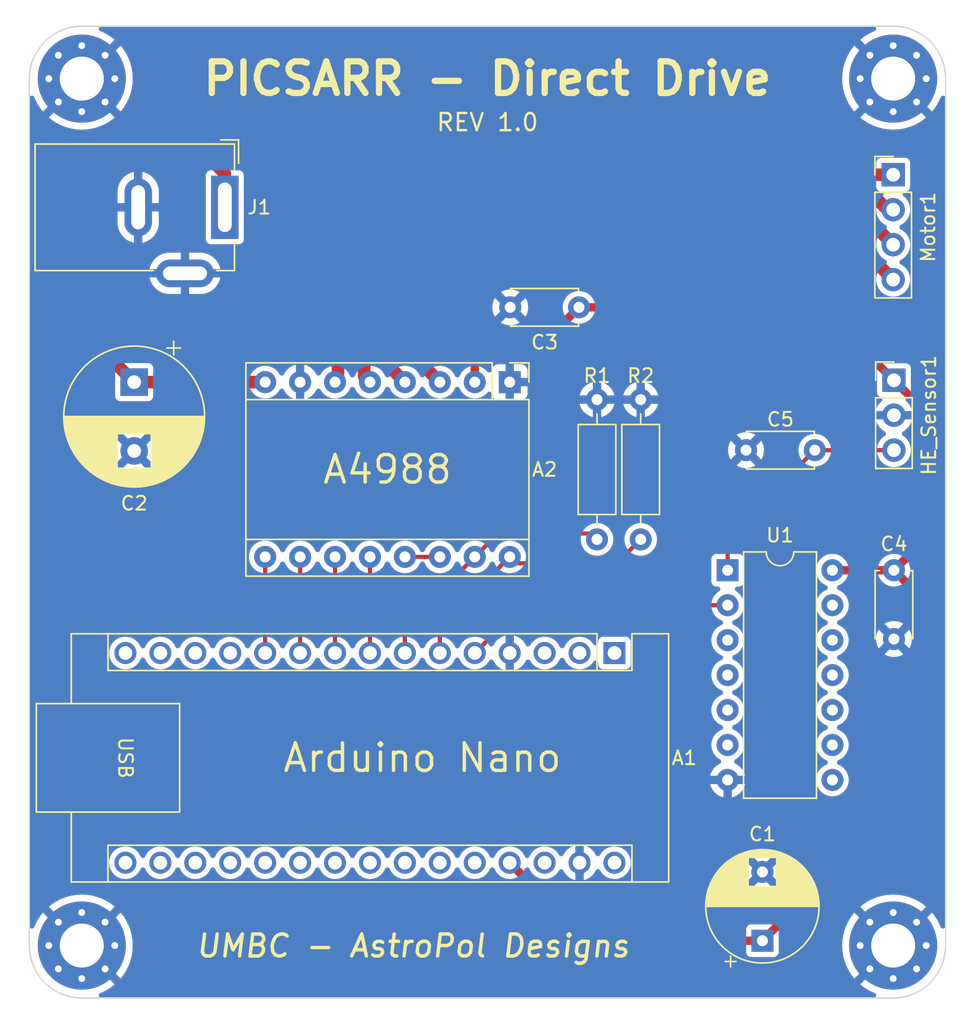
<source format=kicad_pcb>
(kicad_pcb (version 20221018) (generator pcbnew)

  (general
    (thickness 1.6)
  )

  (paper "A4")
  (title_block
    (title "PICSARR - Direct Drive")
    (date "6/3/2023")
    (rev "1.0")
    (company "UMBC AstroPol Designs")
  )

  (layers
    (0 "F.Cu" mixed)
    (31 "B.Cu" power)
    (32 "B.Adhes" user "B.Adhesive")
    (33 "F.Adhes" user "F.Adhesive")
    (34 "B.Paste" user)
    (35 "F.Paste" user)
    (36 "B.SilkS" user "B.Silkscreen")
    (37 "F.SilkS" user "F.Silkscreen")
    (38 "B.Mask" user)
    (39 "F.Mask" user)
    (40 "Dwgs.User" user "User.Drawings")
    (41 "Cmts.User" user "User.Comments")
    (42 "Eco1.User" user "User.Eco1")
    (43 "Eco2.User" user "User.Eco2")
    (44 "Edge.Cuts" user)
    (45 "Margin" user)
    (46 "B.CrtYd" user "B.Courtyard")
    (47 "F.CrtYd" user "F.Courtyard")
    (48 "B.Fab" user)
    (49 "F.Fab" user)
    (50 "User.1" user)
    (51 "User.2" user)
    (52 "User.3" user)
    (53 "User.4" user)
    (54 "User.5" user)
    (55 "User.6" user)
    (56 "User.7" user)
    (57 "User.8" user)
    (58 "User.9" user)
  )

  (setup
    (stackup
      (layer "F.SilkS" (type "Top Silk Screen"))
      (layer "F.Paste" (type "Top Solder Paste"))
      (layer "F.Mask" (type "Top Solder Mask") (thickness 0.01))
      (layer "F.Cu" (type "copper") (thickness 0.035))
      (layer "dielectric 1" (type "core") (thickness 1.51) (material "FR4") (epsilon_r 4.5) (loss_tangent 0.02))
      (layer "B.Cu" (type "copper") (thickness 0.035))
      (layer "B.Mask" (type "Bottom Solder Mask") (thickness 0.01))
      (layer "B.Paste" (type "Bottom Solder Paste"))
      (layer "B.SilkS" (type "Bottom Silk Screen"))
      (copper_finish "None")
      (dielectric_constraints no)
    )
    (pad_to_mask_clearance 0)
    (pcbplotparams
      (layerselection 0x00010fc_ffffffff)
      (plot_on_all_layers_selection 0x0000000_00000000)
      (disableapertmacros false)
      (usegerberextensions false)
      (usegerberattributes true)
      (usegerberadvancedattributes true)
      (creategerberjobfile true)
      (dashed_line_dash_ratio 12.000000)
      (dashed_line_gap_ratio 3.000000)
      (svgprecision 4)
      (plotframeref false)
      (viasonmask false)
      (mode 1)
      (useauxorigin false)
      (hpglpennumber 1)
      (hpglpenspeed 20)
      (hpglpendiameter 15.000000)
      (dxfpolygonmode true)
      (dxfimperialunits true)
      (dxfusepcbnewfont true)
      (psnegative false)
      (psa4output false)
      (plotreference true)
      (plotvalue true)
      (plotinvisibletext false)
      (sketchpadsonfab false)
      (subtractmaskfromsilk false)
      (outputformat 1)
      (mirror false)
      (drillshape 1)
      (scaleselection 1)
      (outputdirectory "")
    )
  )

  (net 0 "")
  (net 1 "unconnected-(A1-D1{slash}TX-Pad1)")
  (net 2 "unconnected-(A1-D0{slash}RX-Pad2)")
  (net 3 "unconnected-(A1-~{RESET}-Pad3)")
  (net 4 "GND")
  (net 5 "Net-(A1-D2)")
  (net 6 "Net-(A1-D3)")
  (net 7 "Net-(A1-D4)")
  (net 8 "Net-(A1-D5)")
  (net 9 "Net-(A1-D6)")
  (net 10 "Net-(A1-D7)")
  (net 11 "Net-(A1-D8)")
  (net 12 "unconnected-(A1-D9-Pad12)")
  (net 13 "unconnected-(A1-D10-Pad13)")
  (net 14 "unconnected-(A1-D11-Pad14)")
  (net 15 "unconnected-(A1-D12-Pad15)")
  (net 16 "unconnected-(A1-D13-Pad16)")
  (net 17 "unconnected-(A1-3V3-Pad17)")
  (net 18 "unconnected-(A1-AREF-Pad18)")
  (net 19 "unconnected-(A1-A0-Pad19)")
  (net 20 "unconnected-(A1-A1-Pad20)")
  (net 21 "unconnected-(A1-A2-Pad21)")
  (net 22 "unconnected-(A1-A3-Pad22)")
  (net 23 "unconnected-(A1-A4-Pad23)")
  (net 24 "unconnected-(A1-A5-Pad24)")
  (net 25 "unconnected-(A1-A6-Pad25)")
  (net 26 "unconnected-(A1-A7-Pad26)")
  (net 27 "+5V")
  (net 28 "unconnected-(A1-~{RESET}-Pad28)")
  (net 29 "unconnected-(A1-VIN-Pad30)")
  (net 30 "Net-(A2-1B)")
  (net 31 "Net-(A2-1A)")
  (net 32 "Net-(A2-2A)")
  (net 33 "Net-(A2-2B)")
  (net 34 "+24V")
  (net 35 "Net-(A2-~{RESET})")
  (net 36 "unconnected-(U1-Pad3)")
  (net 37 "unconnected-(U1-Pad4)")
  (net 38 "unconnected-(U1-Pad5)")
  (net 39 "unconnected-(U1-Pad6)")
  (net 40 "unconnected-(U1-Pad8)")
  (net 41 "unconnected-(U1-Pad9)")
  (net 42 "unconnected-(U1-Pad10)")
  (net 43 "unconnected-(U1-Pad11)")
  (net 44 "unconnected-(U1-Pad12)")
  (net 45 "unconnected-(U1-Pad13)")
  (net 46 "Net-(HE_Sensor1-Pin_3)")

  (footprint "Capacitor_THT:CP_Radial_D10.0mm_P5.00mm" (layer "F.Cu") (at 122.3392 89.5808 -90))

  (footprint "Connector_PinHeader_2.54mm:PinHeader_1x04_P2.54mm_Vertical" (layer "F.Cu") (at 177.5292 74.5108))

  (footprint "MountingHole:MountingHole_3.2mm_M3_Pad_Via" (layer "F.Cu") (at 118.5292 130.5258))

  (footprint "MountingHole:MountingHole_3.2mm_M3_Pad_Via" (layer "F.Cu") (at 118.5292 67.5258))

  (footprint "Module:Pololu_Breakout-16_15.2x20.3mm" (layer "F.Cu") (at 149.6442 89.5808 -90))

  (footprint "Package_DIP:DIP-14_W7.62mm" (layer "F.Cu") (at 165.491 103.251))

  (footprint "MountingHole:MountingHole_3.2mm_M3_Pad_Via" (layer "F.Cu") (at 177.5292 67.5258))

  (footprint "Connector_BarrelJack:BarrelJack_GCT_DCJ200-10-A_Horizontal" (layer "F.Cu") (at 128.9312 76.8758 -90))

  (footprint "Capacitor_THT:C_Disc_D4.7mm_W2.5mm_P5.00mm" (layer "F.Cu") (at 177.5842 103.251 -90))

  (footprint "Module:Arduino_Nano" (layer "F.Cu") (at 157.2642 109.2658 -90))

  (footprint "Capacitor_THT:CP_Radial_D8.0mm_P5.00mm" (layer "F.Cu") (at 168.021 130.175 90))

  (footprint "Connector_PinHeader_2.54mm:PinHeader_1x03_P2.54mm_Vertical" (layer "F.Cu") (at 177.5842 89.4458))

  (footprint "Capacitor_THT:C_Disc_D4.7mm_W2.5mm_P5.00mm" (layer "F.Cu") (at 154.6842 84.1458 180))

  (footprint "MountingHole:MountingHole_3.2mm_M3_Pad_Via" (layer "F.Cu") (at 177.5292 130.5258))

  (footprint "Resistor_THT:R_Axial_DIN0207_L6.3mm_D2.5mm_P10.16mm_Horizontal" (layer "F.Cu") (at 159.1692 101.0108 90))

  (footprint "Resistor_THT:R_Axial_DIN0207_L6.3mm_D2.5mm_P10.16mm_Horizontal" (layer "F.Cu") (at 155.9942 101.0108 90))

  (footprint "Capacitor_THT:C_Disc_D4.7mm_W2.5mm_P5.00mm" (layer "F.Cu") (at 171.8292 94.5258 180))

  (gr_rect (start 118.5292 67.5258) (end 177.5292 130.5258)
    (stroke (width 0.15) (type dash_dot_dot)) (fill none) (layer "Dwgs.User") (tstamp a625b1cc-9f82-4015-b4da-6ffda11fd0cd))
  (gr_line (start 114.7192 130.5258) (end 114.7192 67.5258)
    (stroke (width 0.1) (type default)) (layer "Edge.Cuts") (tstamp 14e54c9c-f95f-428c-bf47-b838826159d1))
  (gr_line (start 118.5292 63.7158) (end 177.5292 63.7158)
    (stroke (width 0.1) (type default)) (layer "Edge.Cuts") (tstamp 265d4093-7793-4195-af12-4253a6059585))
  (gr_arc (start 177.5292 63.7158) (mid 180.223277 64.831723) (end 181.3392 67.5258)
    (stroke (width 0.1) (type default)) (layer "Edge.Cuts") (tstamp 32b1530f-1fe4-4763-ae63-a44ef39f6ffe))
  (gr_arc (start 118.5292 134.3358) (mid 115.835123 133.219877) (end 114.7192 130.5258)
    (stroke (width 0.1) (type default)) (layer "Edge.Cuts") (tstamp 61d05baf-13cb-46e6-95f0-80fee0e6ed2e))
  (gr_arc (start 181.339199 130.525799) (mid 180.223276 133.219876) (end 177.529199 134.335799)
    (stroke (width 0.1) (type default)) (layer "Edge.Cuts") (tstamp 915ec017-18d8-4c9e-8b74-342dffe46b6d))
  (gr_line (start 181.3392 67.5258) (end 181.339199 130.525799)
    (stroke (width 0.1) (type default)) (layer "Edge.Cuts") (tstamp 95004984-49de-49d7-b165-7e6f7e1ff554))
  (gr_line (start 177.529199 134.335799) (end 118.5292 134.3358)
    (stroke (width 0.1) (type default)) (layer "Edge.Cuts") (tstamp a69d6e8f-0c21-453d-becc-07d1221efa7a))
  (gr_arc (start 114.7192 67.5258) (mid 115.835123 64.831723) (end 118.5292 63.7158)
    (stroke (width 0.1) (type default)) (layer "Edge.Cuts") (tstamp de4c1428-75b0-4d52-a755-dbf5b53e7e2f))
  (gr_text "Arduino Nano" (at 143.2942 116.8858) (layer "F.SilkS") (tstamp 0c5ab709-2077-45fc-965a-6d3de7b6c762)
    (effects (font (size 2 2) (thickness 0.25)))
  )
  (gr_text "PICSARR - Direct Drive" (at 148.0292 67.5258) (layer "F.SilkS") (tstamp 14abb958-dbc2-47ad-a624-324d777aaa08)
    (effects (font (size 2.3 2.3) (thickness 0.46) bold))
  )
  (gr_text "REV 1.0" (at 148.0292 70.7008) (layer "F.SilkS") (tstamp 74f9fc1f-f3b0-455a-9d73-3a98f9901c12)
    (effects (font (size 1.25 1.25) (thickness 0.175)))
  )
  (gr_text "UMBC - AstroPol Designs\n" (at 142.621 130.556) (layer "F.SilkS") (tstamp a2871153-173c-4430-9454-291e40c45e17)
    (effects (font (size 1.6 1.6) (thickness 0.25) italic))
  )
  (gr_text "A4988" (at 140.7542 95.9308) (layer "F.SilkS") (tstamp d0ab1854-45cc-4c93-8187-629322fa2894)
    (effects (font (size 2 2) (thickness 0.25)))
  )

  (segment (start 150.579 105.791) (end 165.491 105.791) (width 0.3048) (layer "F.Cu") (net 5) (tstamp 6f8eec80-2d00-4e7e-8018-3e76b5f97cd0))
  (segment (start 147.1042 109.2658) (end 150.579 105.791) (width 0.3048) (layer "F.Cu") (net 5) (tstamp be8c2685-37e1-4c86-9645-3a8996492649))
  (segment (start 149.6442 102.2808) (end 150.1064 102.743) (width 0.3048) (layer "F.Cu") (net 6) (tstamp 7a416fbf-ce6e-4aa6-9a30-4cf4e4513b81))
  (segment (start 144.5642 109.2658) (end 144.5642 107.3608) (width 0.3048) (layer "F.Cu") (net 6) (tstamp 8103dd11-c11f-453d-9a48-31a30fd41958))
  (segment (start 144.5642 107.3608) (end 149.6442 102.2808) (width 0.3048) (layer "F.Cu") (net 6) (tstamp 9240b383-441d-488c-86c4-4cd83dd21dd5))
  (segment (start 150.1064 102.743) (end 157.437 102.743) (width 0.3048) (layer "F.Cu") (net 6) (tstamp 9d019739-c92e-4f05-a161-41116af8a2ea))
  (segment (start 157.437 102.743) (end 159.1692 101.0108) (width 0.3048) (layer "F.Cu") (net 6) (tstamp a6faba05-256e-4df3-8cca-a78ef5d9174e))
  (segment (start 147.1042 102.2808) (end 148.801 100.584) (width 0.3048) (layer "F.Cu") (net 7) (tstamp 0381c3b4-4510-47de-8796-746877744416))
  (segment (start 142.0242 107.3608) (end 147.1042 102.2808) (width 0.3048) (layer "F.Cu") (net 7) (tstamp 340eb8b6-31c0-4f60-9aa9-5fa245e3e9e3))
  (segment (start 148.801 100.584) (end 155.5674 100.584) (width 0.3048) (layer "F.Cu") (net 7) (tstamp 8a7d42f8-39cf-49c7-99ca-15aef23f6167))
  (segment (start 142.0242 109.2658) (end 142.0242 107.3608) (width 0.3048) (layer "F.Cu") (net 7) (tstamp 9f10be94-28f2-443b-9896-0351fdf0887e))
  (segment (start 139.4842 102.2808) (end 139.4842 109.2658) (width 0.3048) (layer "F.Cu") (net 8) (tstamp 4630473a-1624-490a-9d4f-d0be493111be))
  (segment (start 136.9442 102.2808) (end 136.9442 109.2658) (width 0.3048) (layer "F.Cu") (net 9) (tstamp a1a31883-ca5e-405f-b773-26bb198dd988))
  (segment (start 134.4042 102.2808) (end 134.4042 109.2658) (width 0.3048) (layer "F.Cu") (net 10) (tstamp b40e97b7-c0b8-4bf7-8650-bdcd381f9d19))
  (segment (start 131.8642 102.2808) (end 131.8642 109.2658) (width 0.3048) (layer "F.Cu") (net 11) (tstamp 12e76b3b-7894-4214-955a-0400f3532000))
  (segment (start 179.705 105.3718) (end 177.5842 103.251) (width 0.6096) (layer "F.Cu") (net 27) (tstamp 0d9ca880-2bc9-4afe-aa1c-c36be0f1d980))
  (segment (start 152.2542 86.5758) (end 154.6842 84.1458) (width 0.6096) (layer "F.Cu") (net 27) (tstamp 3f67ddaf-b360-4c8f-aa00-ef2a5782f1d0))
  (segment (start 147.1042 87.8458) (end 147.1042 89.5808) (width 0.6096) (layer "F.Cu") (net 27) (tstamp 44712a23-36c8-4324-96a2-c8aa330f549e))
  (segment (start 179.832 91.6936) (end 177.5842 89.4458) (width 0.6096) (layer "F.Cu") (net 27) (tstamp 4a853eca-7084-492b-84c9-470ef4e05ddf))
  (segment (start 149.6442 124.5058) (end 155.3134 130.175) (width 0.6096) (layer "F.Cu") (net 27) (tstamp 5040fedf-e062-4f8e-988c-a3ec9c8a2453))
  (segment (start 154.6842 84.1458) (end 172.2842 84.1458) (width 0.6096) (layer "F.Cu") (net 27) (tstamp 5dde4595-0789-4144-b40b-54c80f034ee2))
  (segment (start 152.2542 86.5758) (end 148.3742 86.5758) (width 0.6096) (layer "F.Cu") (net 27) (tstamp 663f4d2d-1d5f-43ff-a5d3-1768e4d73de5))
  (segment (start 177.5842 103.251) (end 179.832 101.0032) (width 0.6096) (layer "F.Cu") (net 27) (tstamp 6aad5429-5f85-4bcf-bdb7-b2986c4345f2))
  (segment (start 179.832 101.0032) (end 179.832 91.6936) (width 0.6096) (layer "F.Cu") (net 27) (tstamp 754df020-a0be-44f7-94c1-87b2a3a0af40))
  (segment (start 179.705 118.491) (end 179.705 105.3718) (width 0.6096) (layer "F.Cu") (net 27) (tstamp 983fc8cd-c334-42b1-813c-b11c971edcd5))
  (segment (start 155.3134 130.175) (end 168.021 130.175) (width 0.6096) (layer "F.Cu") (net 27) (tstamp aadab967-b982-49c3-b7e8-943a493fdfde))
  (segment (start 168.021 130.175) (end 179.705 118.491) (width 0.6096) (layer "F.Cu") (net 27) (tstamp b9ab1095-44b4-478a-963b-1fdfe200ac9e))
  (segment (start 148.3742 86.5758) (end 147.1042 87.8458) (width 0.6096) (layer "F.Cu") (net 27) (tstamp bc591d90-8a3a-46a8-8d05-ca0b2f7dd141))
  (segment (start 172.2842 84.1458) (end 177.5842 89.4458) (width 0.6096) (layer "F.Cu") (net 27) (tstamp d173491e-c0b3-4c2a-aad3-8885dfea0b3d))
  (segment (start 177.5842 103.251) (end 173.111 103.251) (width 0.6096) (layer "F.Cu") (net 27) (tstamp ddd0d0eb-e2b5-495f-b8ec-45aa33cc414f))
  (segment (start 142.875 87.8916) (end 144.5642 89.5808) (width 0.9144) (layer "F.Cu") (net 30) (tstamp 0ede2b2a-f541-41ae-a715-a62d45b27401))
  (segment (start 144.5642 80.2258) (end 142.875 81.915) (width 0.9144) (layer "F.Cu") (net 30) (tstamp 1f8da576-1b28-4455-bed4-45cd2c0a1001))
  (segment (start 177.5292 82.1308) (end 175.6242 80.2258) (width 0.9144) (layer "F.Cu") (net 30) (tstamp 60631c63-3adc-42a9-a6d4-7145cfeb37c7))
  (segment (start 175.6242 80.2258) (end 144.5642 80.2258) (width 0.9144) (layer "F.Cu") (net 30) (tstamp 9cbcdb40-6336-4aae-b19e-d36d7d909032))
  (segment (start 142.875 81.915) (end 142.875 87.8916) (width 0.9144) (layer "F.Cu") (net 30) (tstamp c12f9e43-49ae-4db8-a04e-9f6aef7d1ece))
  (segment (start 177.5292 79.5908) (end 176.2592 78.3208) (width 0.9144) (layer "F.Cu") (net 31) (tstamp 234db291-dd43-446e-8098-0eb217000f8c))
  (segment (start 176.2592 78.3208) (end 143.9292 78.3208) (width 0.9144) (layer "F.Cu") (net 31) (tstamp 4c29c681-b157-425f-a9cc-069721c640d0))
  (segment (start 140.97 81.28) (end 140.97 88.5266) (width 0.9144) (layer "F.Cu") (net 31) (tstamp 7810e398-29d3-4935-9fa4-454b8ed179f3))
  (segment (start 140.97 88.5266) (end 142.0242 89.5808) (width 0.9144) (layer "F.Cu") (net 31) (tstamp 8514c1dd-aaa8-43ef-95c5-6f69c7742806))
  (segment (start 143.9292 78.3208) (end 140.97 81.28) (width 0.9144) (layer "F.Cu") (net 31) (tstamp dc8bc175-7ff6-4309-9a7d-caea7d3b9f1b))
  (segment (start 177.5292 77.0508) (end 177.111 77.0508) (width 0.9144) (layer "F.Cu") (net 32) (tstamp 190af473-9187-47b1-9818-d8b66a7f8b43))
  (segment (start 176.476 76.4158) (end 143.2942 76.4158) (width 0.9144) (layer "F.Cu") (net 32) (tstamp 26cdf933-4556-47fb-92a9-540b354bfecf))
  (segment (start 139.065 80.645) (end 139.065 89.1616) (width 0.9144) (layer "F.Cu") (net 32) (tstamp 5c2e2068-2ef8-4098-bba1-360df8d73c8c))
  (segment (start 177.111 77.0508) (end 176.476 76.4158) (width 0.9144) (layer "F.Cu") (net 32) (tstamp 9aac8049-8bae-48bd-bcb2-e91f02979869))
  (segment (start 143.2942 76.4158) (end 139.065 80.645) (width 0.9144) (layer "F.Cu") (net 32) (tstamp a7006d1b-8057-4e69-ac43-97ae68f9c6fd))
  (segment (start 139.065 89.1616) (end 139.4842 89.5808) (width 0.9144) (layer "F.Cu") (net 32) (tstamp d9d49d67-fbb2-4dd7-87b9-bcfacc5a20ce))
  (segment (start 137.16 80.01) (end 137.16 89.365) (width 0.9144) (layer "F.Cu") (net 33) (tstamp 7e279de5-15ff-47cc-a95d-77463769ba1d))
  (segment (start 177.5292 74.5108) (end 142.6592 74.5108) (width 0.9144) (layer "F.Cu") (net 33) (tstamp 8ccc28d2-94a0-462a-a103-e927becc3497))
  (segment (start 142.6592 74.5108) (end 137.16 80.01) (width 0.9144) (layer "F.Cu") (net 33) (tstamp ce5d3ef8-4a80-431f-aeb7-3b0ef86231d7))
  (segment (start 128.9312 74.4228) (end 127.3682 72.8598) (width 0.9144) (layer "F.Cu") (net 34) (tstamp 02078b60-c6db-40c2-9654-d1820cc0d626))
  (segment (start 127.3682 72.8598) (end 120.4342 72.8598) (width 0.9144) (layer "F.Cu") (net 34) (tstamp 12302891-4b6b-4700-bd00-725f53744158))
  (segment (start 118.5292 85.7708) (end 122.3392 89.5808) (width 0.9144) (layer "F.Cu") (net 34) (tstamp 41fdb7b6-0e41-4a19-9d5a-da54f3c3644d))
  (segment (start 118.5292 74.7648) (end 118.5292 85.7708) (width 0.9144) (layer "F.Cu") (net 34) (tstamp 800213cb-73f3-413d-9e11-67ce8965f28d))
  (segment (start 131.8642 89.5808) (end 122.3392 89.5808) (width 0.9144) (layer "F.Cu") (net 34) (tstamp 868498ef-d904-4a09-b6f8-ac72c701b5a7))
  (segment (start 128.9312 76.8758) (end 128.9312 74.4228) (width 0.9144) (layer "F.Cu") (net 34) (tstamp b355cb58-5366-4794-a268-a7466b7661f8))
  (segment (start 120.4342 72.8598) (end 118.5292 74.7648) (width 0.9144) (layer "F.Cu") (net 34) (tstamp dae84eb6-d3ae-4bf7-86ae-de4ecb7126dd))
  (segment (start 144.5642 102.2808) (end 142.0242 102.2808) (width 0.3048) (layer "F.Cu") (net 35) (tstamp 4c918e70-6797-4a04-b512-569c63e79828))
  (segment (start 177.5842 94.5258) (end 171.8292 94.5258) (width 0.3048) (layer "F.Cu") (net 46) (tstamp 93432f94-67c5-4119-a929-9cac6ab26456))
  (segment (start 165.491 100.864) (end 171.8292 94.5258) (width 0.3048) (layer "F.Cu") (net 46) (tstamp a22d9bc1-269e-423a-8b50-a5f110f64651))
  (segment (start 165.491 103.251) (end 165.491 100.864) (width 0.3048) (layer "F.Cu") (net 46) (tstamp f322476e-3fad-401f-9e58-9f0872b936cc))

  (zone (net 4) (net_name "GND") (layer "B.Cu") (tstamp 133a1a37-0956-4721-8dc3-c727c420f897) (name "GND Plane") (hatch edge 0.5)
    (connect_pads (clearance 0))
    (min_thickness 0.381) (filled_areas_thickness no)
    (fill yes (thermal_gap 0.5) (thermal_bridge_width 0.6096))
    (polygon
      (pts
        (xy 183.0532 61.9378)
        (xy 112.9492 61.8108)
        (xy 112.9492 136.1058)
        (xy 183.0532 136.2328)
      )
    )
    (filled_polygon
      (layer "B.Cu")
      (pts
        (xy 176.188473 63.735066)
        (xy 176.254409 63.787649)
        (xy 176.291001 63.863632)
        (xy 176.291001 63.947968)
        (xy 176.254409 64.023951)
        (xy 176.188473 64.076534)
        (xy 176.174163 64.082713)
        (xy 176.022206 64.141043)
        (xy 175.676657 64.31711)
        (xy 175.351413 64.528327)
        (xy 175.136673 64.702219)
        (xy 176.63295 66.198497)
        (xy 176.585835 66.22737)
        (xy 176.39433 66.39093)
        (xy 176.23077 66.582435)
        (xy 176.201897 66.629551)
        (xy 175.40109 65.828744)
        (xy 175.577246 65.828744)
        (xy 175.596649 65.926289)
        (xy 175.651904 66.008984)
        (xy 175.734599 66.064239)
        (xy 175.80752 66.078744)
        (xy 175.856768 66.078744)
        (xy 175.929689 66.064239)
        (xy 176.012384 66.008984)
        (xy 176.067639 65.926289)
        (xy 176.087042 65.828744)
        (xy 176.067639 65.731199)
        (xy 176.012384 65.648504)
        (xy 175.929689 65.593249)
        (xy 175.856768 65.578744)
        (xy 175.80752 65.578744)
        (xy 175.734599 65.593249)
        (xy 175.651904 65.648504)
        (xy 175.596649 65.731199)
        (xy 175.577246 65.828744)
        (xy 175.40109 65.828744)
        (xy 174.705619 65.133273)
        (xy 174.531727 65.348013)
        (xy 174.32051 65.673257)
        (xy 174.144443 66.018806)
        (xy 174.005463 66.380858)
        (xy 174.005459 66.380872)
        (xy 173.905086 66.755475)
        (xy 173.844419 67.138513)
        (xy 173.844417 67.138531)
        (xy 173.824122 67.525794)
        (xy 173.824122 67.525805)
        (xy 173.844417 67.913068)
        (xy 173.844419 67.913086)
        (xy 173.905086 68.296124)
        (xy 174.005459 68.670727)
        (xy 174.005463 68.670741)
        (xy 174.144443 69.032793)
        (xy 174.32051 69.378342)
        (xy 174.531734 69.703597)
        (xy 174.705618 69.918326)
        (xy 175.401088 69.222856)
        (xy 175.577246 69.222856)
        (xy 175.596649 69.320401)
        (xy 175.651904 69.403096)
        (xy 175.734599 69.458351)
        (xy 175.80752 69.472856)
        (xy 175.856768 69.472856)
        (xy 175.929689 69.458351)
        (xy 176.012384 69.403096)
        (xy 176.067639 69.320401)
        (xy 176.087042 69.222856)
        (xy 176.067639 69.125311)
        (xy 176.012384 69.042616)
        (xy 175.929689 68.987361)
        (xy 175.856768 68.972856)
        (xy 175.80752 68.972856)
        (xy 175.734599 68.987361)
        (xy 175.651904 69.042616)
        (xy 175.596649 69.125311)
        (xy 175.577246 69.222856)
        (xy 175.401088 69.222856)
        (xy 176.201896 68.422048)
        (xy 176.23077 68.469165)
        (xy 176.39433 68.66067)
        (xy 176.585835 68.82423)
        (xy 176.632949 68.853102)
        (xy 175.136672 70.34938)
        (xy 175.351402 70.523265)
        (xy 175.676657 70.734489)
        (xy 176.022206 70.910556)
        (xy 176.384258 71.049536)
        (xy 176.384272 71.04954)
        (xy 176.758875 71.149913)
        (xy 177.141913 71.21058)
        (xy 177.141931 71.210582)
        (xy 177.529195 71.230878)
        (xy 177.529205 71.230878)
        (xy 177.916468 71.210582)
        (xy 177.916486 71.21058)
        (xy 178.299524 71.149913)
        (xy 178.674127 71.04954)
        (xy 178.674141 71.049536)
        (xy 179.036193 70.910556)
        (xy 179.381742 70.734489)
        (xy 179.706997 70.523265)
        (xy 179.921727 70.34938)
        (xy 178.795203 69.222856)
        (xy 178.971358 69.222856)
        (xy 178.990761 69.320401)
        (xy 179.046016 69.403096)
        (xy 179.128711 69.458351)
        (xy 179.201632 69.472856)
        (xy 179.25088 69.472856)
        (xy 179.323801 69.458351)
        (xy 179.406496 69.403096)
        (xy 179.461751 69.320401)
        (xy 179.481154 69.222856)
        (xy 179.461751 69.125311)
        (xy 179.406496 69.042616)
        (xy 179.323801 68.987361)
        (xy 179.25088 68.972856)
        (xy 179.201632 68.972856)
        (xy 179.128711 68.987361)
        (xy 179.046016 69.042616)
        (xy 178.990761 69.125311)
        (xy 178.971358 69.222856)
        (xy 178.795203 69.222856)
        (xy 178.425449 68.853102)
        (xy 178.472565 68.82423)
        (xy 178.66407 68.66067)
        (xy 178.82763 68.469165)
        (xy 178.856502 68.422049)
        (xy 180.35278 69.918327)
        (xy 180.526665 69.703597)
        (xy 180.737889 69.378342)
        (xy 180.913953 69.032798)
        (xy 180.972285 68.880838)
        (xy 181.01927 68.810803)
        (xy 181.091989 68.76809)
        (xy 181.176039 68.761158)
        (xy 181.254773 68.791381)
        (xy 181.312597 68.852772)
        (xy 181.338058 68.933173)
        (xy 181.338699 68.948748)
        (xy 181.338699 129.102848)
        (xy 181.319933 129.185069)
        (xy 181.26735 129.251005)
        (xy 181.191367 129.287597)
        (xy 181.107031 129.287597)
        (xy 181.031048 129.251005)
        (xy 180.978465 129.185069)
        (xy 180.972286 129.17076)
        (xy 180.913954 129.018803)
        (xy 180.737889 128.673257)
        (xy 180.526665 128.348002)
        (xy 180.35278 128.133272)
        (xy 178.856502 129.629549)
        (xy 178.82763 129.582435)
        (xy 178.66407 129.39093)
        (xy 178.472565 129.22737)
        (xy 178.425448 129.198496)
        (xy 178.7952 128.828744)
        (xy 178.971358 128.828744)
        (xy 178.990761 128.926289)
        (xy 179.046016 129.008984)
        (xy 179.128711 129.064239)
        (xy 179.201632 129.078744)
        (xy 179.25088 129.078744)
        (xy 179.323801 129.064239)
        (xy 179.406496 129.008984)
        (xy 179.461751 128.926289)
        (xy 179.481154 128.828744)
        (xy 179.461751 128.731199)
        (xy 179.406496 128.648504)
        (xy 179.323801 128.593249)
        (xy 179.25088 128.578744)
        (xy 179.201632 128.578744)
        (xy 179.128711 128.593249)
        (xy 179.046016 128.648504)
        (xy 178.990761 128.731199)
        (xy 178.971358 128.828744)
        (xy 178.7952 128.828744)
        (xy 179.921726 127.702218)
        (xy 179.706997 127.528334)
        (xy 179.381742 127.31711)
        (xy 179.036193 127.141043)
        (xy 178.674141 127.002063)
        (xy 178.674127 127.002059)
        (xy 178.299524 126.901686)
        (xy 177.916486 126.841019)
        (xy 177.916468 126.841017)
        (xy 177.529205 126.820722)
        (xy 177.529195 126.820722)
        (xy 177.141931 126.841017)
        (xy 177.141913 126.841019)
        (xy 176.758875 126.901686)
        (xy 176.384272 127.002059)
        (xy 176.384258 127.002063)
        (xy 176.022206 127.141043)
        (xy 175.676657 127.31711)
        (xy 175.351413 127.528327)
        (xy 175.136673 127.702219)
        (xy 176.632951 129.198497)
        (xy 176.585835 129.22737)
        (xy 176.39433 129.39093)
        (xy 176.23077 129.582435)
        (xy 176.201897 129.62955)
        (xy 175.40109 128.828744)
        (xy 175.577246 128.828744)
        (xy 175.596649 128.926289)
        (xy 175.651904 129.008984)
        (xy 175.734599 129.064239)
        (xy 175.80752 129.078744)
        (xy 175.856768 129.078744)
        (xy 175.929689 129.064239)
        (xy 176.012384 129.008984)
        (xy 176.067639 128.926289)
        (xy 176.087042 128.828744)
        (xy 176.067639 128.731199)
        (xy 176.012384 128.648504)
        (xy 175.929689 128.593249)
        (xy 175.856768 128.578744)
        (xy 175.80752 128.578744)
        (xy 175.734599 128.593249)
        (xy 175.651904 128.648504)
        (xy 175.596649 128.731199)
        (xy 175.577246 128.828744)
        (xy 175.40109 128.828744)
        (xy 174.705619 128.133273)
        (xy 174.531727 128.348013)
        (xy 174.32051 128.673257)
        (xy 174.144443 129.018806)
        (xy 174.005463 129.380858)
        (xy 174.005459 129.380872)
        (xy 173.905086 129.755475)
        (xy 173.844419 130.138513)
        (xy 173.844417 130.138531)
        (xy 173.824122 130.525794)
        (xy 173.824122 130.525805)
        (xy 173.844417 130.913068)
        (xy 173.844419 130.913086)
        (xy 173.905086 131.296124)
        (xy 174.005459 131.670727)
        (xy 174.005463 131.670741)
        (xy 174.144443 132.032793)
        (xy 174.32051 132.378342)
        (xy 174.531734 132.703597)
        (xy 174.705618 132.918326)
        (xy 175.401088 132.222856)
        (xy 175.577246 132.222856)
        (xy 175.596649 132.320401)
        (xy 175.651904 132.403096)
        (xy 175.734599 132.458351)
        (xy 175.80752 132.472856)
        (xy 175.856768 132.472856)
        (xy 175.929689 132.458351)
        (xy 176.012384 132.403096)
        (xy 176.067639 132.320401)
        (xy 176.087042 132.222856)
        (xy 176.067639 132.125311)
        (xy 176.012384 132.042616)
        (xy 175.929689 131.987361)
        (xy 175.856768 131.972856)
        (xy 175.80752 131.972856)
        (xy 175.734599 131.987361)
        (xy 175.651904 132.042616)
        (xy 175.596649 132.125311)
        (xy 175.577246 132.222856)
        (xy 175.401088 132.222856)
        (xy 176.201896 131.422047)
        (xy 176.23077 131.469165)
        (xy 176.39433 131.66067)
        (xy 176.585835 131.82423)
        (xy 176.632949 131.853102)
        (xy 175.136672 133.34938)
        (xy 175.351402 133.523265)
        (xy 175.676657 133.734489)
        (xy 176.022206 133.910556)
        (xy 176.17416 133.968886)
        (xy 176.244195 134.015871)
        (xy 176.286907 134.08859)
        (xy 176.293838 134.172641)
        (xy 176.263615 134.251374)
        (xy 176.202224 134.309198)
        (xy 176.121823 134.334658)
        (xy 176.106249 134.335299)
        (xy 119.952151 134.335299)
        (xy 119.86993 134.316533)
        (xy 119.803994 134.26395)
        (xy 119.767402 134.187967)
        (xy 119.767402 134.103631)
        (xy 119.803994 134.027648)
        (xy 119.86993 133.975065)
        (xy 119.88424 133.968886)
        (xy 120.036193 133.910556)
        (xy 120.381742 133.734489)
        (xy 120.706997 133.523265)
        (xy 120.921727 133.34938)
        (xy 119.795203 132.222856)
        (xy 119.971358 132.222856)
        (xy 119.990761 132.320401)
        (xy 120.046016 132.403096)
        (xy 120.128711 132.458351)
        (xy 120.201632 132.472856)
        (xy 120.25088 132.472856)
        (xy 120.323801 132.458351)
        (xy 120.406496 132.403096)
        (xy 120.461751 132.320401)
        (xy 120.481154 132.222856)
        (xy 120.461751 132.125311)
        (xy 120.406496 132.042616)
        (xy 120.323801 131.987361)
        (xy 120.25088 131.972856)
        (xy 120.201632 131.972856)
        (xy 120.128711 131.987361)
        (xy 120.046016 132.042616)
        (xy 119.990761 132.125311)
        (xy 119.971358 132.222856)
        (xy 119.795203 132.222856)
        (xy 119.425449 131.853102)
        (xy 119.472565 131.82423)
        (xy 119.66407 131.66067)
        (xy 119.82763 131.469165)
        (xy 119.856502 131.422049)
        (xy 121.35278 132.918327)
        (xy 121.526665 132.703597)
        (xy 121.737889 132.378342)
        (xy 121.913956 132.032793)
        (xy 122.052936 131.670741)
        (xy 122.05294 131.670727)
        (xy 122.153313 131.296124)
        (xy 122.198438 131.011212)
        (xy 166.8395 131.011212)
        (xy 166.850304 131.085364)
        (xy 166.850305 131.085365)
        (xy 166.906222 131.199742)
        (xy 166.906224 131.199746)
        (xy 166.996254 131.289776)
        (xy 167.054842 131.318418)
        (xy 167.110634 131.345694)
        (xy 167.110635 131.345695)
        (xy 167.110637 131.345695)
        (xy 167.110639 131.345696)
        (xy 167.184794 131.3565)
        (xy 167.184799 131.3565)
        (xy 168.857201 131.3565)
        (xy 168.857206 131.3565)
        (xy 168.931361 131.345696)
        (xy 168.931362 131.345695)
        (xy 168.931364 131.345695)
        (xy 168.931365 131.345694)
        (xy 169.045746 131.289776)
        (xy 169.135776 131.199746)
        (xy 169.191696 131.085361)
        (xy 169.2025 131.011206)
        (xy 169.2025 129.338794)
        (xy 169.191696 129.264639)
        (xy 169.191695 129.264637)
        (xy 169.191695 129.264635)
        (xy 169.191694 129.264634)
        (xy 169.135777 129.150257)
        (xy 169.135776 129.150254)
        (xy 169.045746 129.060224)
        (xy 169.045742 129.060222)
        (xy 168.931365 129.004305)
        (xy 168.931364 129.004304)
        (xy 168.857212 128.9935)
        (xy 168.857206 128.9935)
        (xy 167.184794 128.9935)
        (xy 167.184787 128.9935)
        (xy 167.110635 129.004304)
        (xy 167.110634 129.004305)
        (xy 166.996257 129.060222)
        (xy 166.996252 129.060225)
        (xy 166.906225 129.150252)
        (xy 166.906222 129.150257)
        (xy 166.850305 129.264634)
        (xy 166.850304 129.264635)
        (xy 166.8395 129.338787)
        (xy 166.8395 131.011212)
        (xy 122.198438 131.011212)
        (xy 122.21398 130.913086)
        (xy 122.213982 130.913068)
        (xy 122.234278 130.525805)
        (xy 122.234278 130.525794)
        (xy 122.213982 130.138531)
        (xy 122.21398 130.138513)
        (xy 122.153313 129.755475)
        (xy 122.05294 129.380872)
        (xy 122.052936 129.380858)
        (xy 121.913956 129.018806)
        (xy 121.737889 128.673257)
        (xy 121.526665 128.348002)
        (xy 121.35278 128.133272)
        (xy 119.856502 129.629549)
        (xy 119.82763 129.582435)
        (xy 119.66407 129.39093)
        (xy 119.472565 129.22737)
        (xy 119.425448 129.198496)
        (xy 119.7952 128.828744)
        (xy 119.971358 128.828744)
        (xy 119.990761 128.926289)
        (xy 120.046016 129.008984)
        (xy 120.128711 129.064239)
        (xy 120.201632 129.078744)
        (xy 120.25088 129.078744)
        (xy 120.323801 129.064239)
        (xy 120.406496 129.008984)
        (xy 120.461751 128.926289)
        (xy 120.481154 128.828744)
        (xy 120.461751 128.731199)
        (xy 120.406496 128.648504)
        (xy 120.323801 128.593249)
        (xy 120.25088 128.578744)
        (xy 120.201632 128.578744)
        (xy 120.128711 128.593249)
        (xy 120.046016 128.648504)
        (xy 119.990761 128.731199)
        (xy 119.971358 128.828744)
        (xy 119.7952 128.828744)
        (xy 120.921726 127.702218)
        (xy 120.706997 127.528334)
        (xy 120.381742 127.31711)
        (xy 120.036193 127.141043)
        (xy 119.674141 127.002063)
        (xy 119.674127 127.002059)
        (xy 119.299524 126.901686)
        (xy 118.916486 126.841019)
        (xy 118.916468 126.841017)
        (xy 118.529205 126.820722)
        (xy 118.529195 126.820722)
        (xy 118.141931 126.841017)
        (xy 118.141913 126.841019)
        (xy 117.758875 126.901686)
        (xy 117.384272 127.002059)
        (xy 117.384258 127.002063)
        (xy 117.022206 127.141043)
        (xy 116.676657 127.31711)
        (xy 116.351413 127.528327)
        (xy 116.136673 127.702219)
        (xy 117.632951 129.198497)
        (xy 117.585835 129.22737)
        (xy 117.39433 129.39093)
        (xy 117.23077 129.582435)
        (xy 117.201897 129.62955)
        (xy 116.40109 128.828744)
        (xy 116.577246 128.828744)
        (xy 116.596649 128.926289)
        (xy 116.651904 129.008984)
        (xy 116.734599 129.064239)
        (xy 116.80752 129.078744)
        (xy 116.856768 129.078744)
        (xy 116.929689 129.064239)
        (xy 117.012384 129.008984)
        (xy 117.067639 128.926289)
        (xy 117.087042 128.828744)
        (xy 117.067639 128.731199)
        (xy 117.012384 128.648504)
        (xy 116.929689 128.593249)
        (xy 116.856768 128.578744)
        (xy 116.80752 128.578744)
        (xy 116.734599 128.593249)
        (xy 116.651904 128.648504)
        (xy 116.596649 128.731199)
        (xy 116.577246 128.828744)
        (xy 116.40109 128.828744)
        (xy 115.705619 128.133273)
        (xy 115.531727 128.348013)
        (xy 115.32051 128.673257)
        (xy 115.144443 129.018806)
        (xy 115.086113 129.170762)
        (xy 115.039128 129.240797)
        (xy 114.966408 129.283509)
        (xy 114.882358 129.29044)
        (xy 114.803624 129.260217)
        (xy 114.745801 129.198825)
        (xy 114.720341 129.118425)
        (xy 114.7197 129.102851)
        (xy 114.7197 126.285941)
        (xy 167.341109 126.285941)
        (xy 167.368512 126.30513)
        (xy 167.368516 126.305133)
        (xy 167.574676 126.401267)
        (xy 167.794397 126.460141)
        (xy 168.021 126.479965)
        (xy 168.247601 126.460141)
        (xy 168.247602 126.460141)
        (xy 168.467323 126.401267)
        (xy 168.467328 126.401266)
        (xy 168.673474 126.305138)
        (xy 168.673479 126.305135)
        (xy 168.700888 126.285941)
        (xy 168.020999 125.606052)
        (xy 167.341109 126.285941)
        (xy 114.7197 126.285941)
        (xy 114.7197 124.5058)
        (xy 120.517638 124.5058)
        (xy 120.537841 124.72383)
        (xy 120.537841 124.723832)
        (xy 120.537842 124.723835)
        (xy 120.5524 124.775)
        (xy 120.597764 124.934436)
        (xy 120.695365 125.130444)
        (xy 120.82732 125.305182)
        (xy 120.827323 125.305184)
        (xy 120.827324 125.305186)
        (xy 120.98913 125.452692)
        (xy 120.989137 125.452697)
        (xy 121.175304 125.567967)
        (xy 121.379482 125.647066)
        (xy 121.594718 125.6873)
        (xy 121.594722 125.6873)
        (xy 121.813678 125.6873)
        (xy 121.813682 125.6873)
        (xy 122.028918 125.647066)
        (xy 122.233096 125.567967)
        (xy 122.419263 125.452697)
        (xy 122.419266 125.452693)
        (xy 122.419269 125.452692)
        (xy 122.537828 125.344611)
        (xy 122.58108 125.305182)
        (xy 122.713035 125.130444)
        (xy 122.804568 124.946621)
        (xy 122.858015 124.881387)
        (xy 122.934475 124.845802)
        (xy 123.018803 124.846915)
        (xy 123.094297 124.884506)
        (xy 123.143831 124.946621)
        (xy 123.235365 125.130444)
        (xy 123.36732 125.305182)
        (xy 123.367323 125.305184)
        (xy 123.367324 125.305186)
        (xy 123.52913 125.452692)
        (xy 123.529137 125.452697)
        (xy 123.715304 125.567967)
        (xy 123.919482 125.647066)
        (xy 124.134718 125.6873)
        (xy 124.134722 125.6873)
        (xy 124.353678 125.6873)
        (xy 124.353682 125.6873)
        (xy 124.568918 125.647066)
        (xy 124.773096 125.567967)
        (xy 124.959263 125.452697)
        (xy 124.959266 125.452693)
        (xy 124.959269 125.452692)
        (xy 125.077828 125.344611)
        (xy 125.12108 125.305182)
        (xy 125.253035 125.130444)
        (xy 125.344568 124.946621)
        (xy 125.398015 124.881387)
        (xy 125.474475 124.845802)
        (xy 125.558803 124.846915)
        (xy 125.634297 124.884506)
        (xy 125.683831 124.946621)
        (xy 125.775365 125.130444)
        (xy 125.90732 125.305182)
        (xy 125.907323 125.305184)
        (xy 125.907324 125.305186)
        (xy 126.06913 125.452692)
        (xy 126.069137 125.452697)
        (xy 126.255304 125.567967)
        (xy 126.459482 125.647066)
        (xy 126.674718 125.6873)
        (xy 126.674722 125.6873)
        (xy 126.893678 125.6873)
        (xy 126.893682 125.6873)
        (xy 127.108918 125.647066)
        (xy 127.313096 125.567967)
        (xy 127.499263 125.452697)
        (xy 127.499266 125.452693)
        (xy 127.499269 125.452692)
        (xy 127.617828 125.344611)
        (xy 127.66108 125.305182)
        (xy 127.793035 125.130444)
        (xy 127.884568 124.946621)
        (xy 127.938015 124.881387)
        (xy 128.014475 124.845802)
        (xy 128.098803 124.846915)
        (xy 128.174297 124.884506)
        (xy 128.223831 124.946621)
        (xy 128.315365 125.130444)
        (xy 128.44732 125.305182)
        (xy 128.447323 125.305184)
        (xy 128.447324 125.305186)
        (xy 128.60913 125.452692)
        (xy 128.609137 125.452697)
        (xy 128.795304 125.567967)
        (xy 128.999482 125.647066)
        (xy 129.214718 125.6873)
        (xy 129.214722 125.6873)
        (xy 129.433678 125.6873)
        (xy 129.433682 125.6873)
        (xy 129.648918 125.647066)
        (xy 129.853096 125.567967)
        (xy 130.039263 125.452697)
        (xy 130.039266 125.452693)
        (xy 130.039269 125.452692)
        (xy 130.157828 125.344611)
        (xy 130.20108 125.305182)
        (xy 130.333035 125.130444)
        (xy 130.424568 124.946621)
        (xy 130.478015 124.881387)
        (xy 130.554475 124.845802)
        (xy 130.638803 124.846915)
        (xy 130.714297 124.884506)
        (xy 130.763831 124.946621)
        (xy 130.855365 125.130444)
        (xy 130.98732 125.305182)
        (xy 130.987323 125.305184)
        (xy 130.987324 125.305186)
        (xy 131.14913 125.452692)
        (xy 131.149137 125.452697)
        (xy 131.335304 125.567967)
        (xy 131.539482 125.647066)
        (xy 131.754718 125.6873)
        (xy 131.754722 125.6873)
        (xy 131.973678 125.6873)
        (xy 131.973682 125.6873)
        (xy 132.188918 125.647066)
        (xy 132.393096 125.567967)
        (xy 132.579263 125.452697)
        (xy 132.579266 125.452693)
        (xy 132.579269 125.452692)
        (xy 132.697828 125.344611)
        (xy 132.74108 125.305182)
        (xy 132.873035 125.130444)
        (xy 132.964568 124.946621)
        (xy 133.018015 124.881387)
        (xy 133.094475 124.845802)
        (xy 133.178803 124.846915)
        (xy 133.254297 124.884506)
        (xy 133.303831 124.946621)
        (xy 133.395365 125.130444)
        (xy 133.52732 125.305182)
        (xy 133.527323 125.305184)
        (xy 133.527324 125.305186)
        (xy 133.68913 125.452692)
        (xy 133.689137 125.452697)
        (xy 133.875304 125.567967)
        (xy 134.079482 125.647066)
        (xy 134.294718 125.6873)
        (xy 134.294722 125.6873)
        (xy 134.513678 125.6873)
        (xy 134.513682 125.6873)
        (xy 134.728918 125.647066)
        (xy 134.933096 125.567967)
        (xy 135.119263 125.452697)
        (xy 135.119266 125.452693)
        (xy 135.119269 125.452692)
        (xy 135.237828 125.344611)
        (xy 135.28108 125.305182)
        (xy 135.413035 125.130444)
        (xy 135.504568 124.946621)
        (xy 135.558015 124.881387)
        (xy 135.634475 124.845802)
        (xy 135.718803 124.846915)
        (xy 135.794297 124.884506)
        (xy 135.843831 124.946621)
        (xy 135.935365 125.130444)
        (xy 136.06732 125.305182)
        (xy 136.067323 125.305184)
        (xy 136.067324 125.305186)
        (xy 136.22913 125.452692)
        (xy 136.229137 125.452697)
        (xy 136.415304 125.567967)
        (xy 136.619482 125.647066)
        (xy 136.834718 125.6873)
        (xy 136.834722 125.6873)
        (xy 137.053678 125.6873)
        (xy 137.053682 125.6873)
        (xy 137.268918 125.647066)
        (xy 137.473096 125.567967)
        (xy 137.659263 125.452697)
        (xy 137.659266 125.452693)
        (xy 137.659269 125.452692)
        (xy 137.777828 125.344611)
        (xy 137.82108 125.305182)
        (xy 137.953035 125.130444)
        (xy 138.044568 124.946621)
        (xy 138.098015 124.881387)
        (xy 138.174475 124.845802)
        (xy 138.258803 124.846915)
        (xy 138.334297 124.884506)
        (xy 138.383831 124.946621)
        (xy 138.475365 125.130444)
        (xy 138.60732 125.305182)
        (xy 138.607323 125.305184)
        (xy 138.607324 125.305186)
        (xy 138.76913 125.452692)
        (xy 138.769137 125.452697)
        (xy 138.955304 125.567967)
        (xy 139.159482 125.647066)
        (xy 139.374718 125.6873)
        (xy 139.374722 125.6873)
        (xy 139.593678 125.6873)
        (xy 139.593682 125.6873)
        (xy 139.808918 125.647066)
        (xy 140.013096 125.567967)
        (xy 140.199263 125.452697)
        (xy 140.199266 125.452693)
        (xy 140.199269 125.452692)
        (xy 140.317828 125.344611)
        (xy 140.36108 125.305182)
        (xy 140.493035 125.130444)
        (xy 140.584568 124.946621)
        (xy 140.638015 124.881387)
        (xy 140.714475 124.845802)
        (xy 140.798803 124.846915)
        (xy 140.874297 124.884506)
        (xy 140.923831 124.946621)
        (xy 141.015365 125.130444)
        (xy 141.14732 125.305182)
        (xy 141.147323 125.305184)
        (xy 141.147324 125.305186)
        (xy 141.30913 125.452692)
        (xy 141.309137 125.452697)
        (xy 141.495304 125.567967)
        (xy 141.699482 125.647066)
        (xy 141.914718 125.6873)
        (xy 141.914722 125.6873)
        (xy 142.133678 125.6873)
        (xy 142.133682 125.6873)
        (xy 142.348918 125.647066)
        (xy 142.553096 125.567967)
        (xy 142.739263 125.452697)
        (xy 142.739266 125.452693)
        (xy 142.739269 125.452692)
        (xy 142.857828 125.344611)
        (xy 142.90108 125.305182)
        (xy 143.033035 125.130444)
        (xy 143.124568 124.946621)
        (xy 143.178015 124.881387)
        (xy 143.254475 124.845802)
        (xy 143.338803 124.846915)
        (xy 143.414297 124.884506)
        (xy 143.463831 124.946621)
        (xy 143.555365 125.130444)
        (xy 143.68732 125.305182)
        (xy 143.687323 125.305184)
        (xy 143.687324 125.305186)
        (xy 143.84913 125.452692)
        (xy 143.849137 125.452697)
        (xy 144.035304 125.567967)
        (xy 144.239482 125.647066)
        (xy 144.454718 125.6873)
        (xy 144.454722 125.6873)
        (xy 144.673678 125.6873)
        (xy 144.673682 125.6873)
        (xy 144.888918 125.647066)
        (xy 145.093096 125.567967)
        (xy 145.279263 125.452697)
        (xy 145.279266 125.452693)
        (xy 145.279269 125.452692)
        (xy 145.397828 125.344611)
        (xy 145.44108 125.305182)
        (xy 145.573035 125.130444)
        (xy 145.664568 124.946621)
        (xy 145.718015 124.881387)
        (xy 145.794475 124.845802)
        (xy 145.878803 124.846915)
        (xy 145.954297 124.884506)
        (xy 146.003831 124.946621)
        (xy 146.095365 125.130444)
        (xy 146.22732 125.305182)
        (xy 146.227323 125.305184)
        (xy 146.227324 125.305186)
        (xy 146.38913 125.452692)
        (xy 146.389137 125.452697)
        (xy 146.575304 125.567967)
        (xy 146.779482 125.647066)
        (xy 146.994718 125.6873)
        (xy 146.994722 125.6873)
        (xy 147.213678 125.6873)
        (xy 147.213682 125.6873)
        (xy 147.428918 125.647066)
        (xy 147.633096 125.567967)
        (xy 147.819263 125.452697)
        (xy 147.819266 125.452693)
        (xy 147.819269 125.452692)
        (xy 147.937828 125.344611)
        (xy 147.98108 125.305182)
        (xy 148.113035 125.130444)
        (xy 148.204568 124.946621)
        (xy 148.258015 124.881387)
        (xy 148.334475 124.845802)
        (xy 148.418803 124.846915)
        (xy 148.494297 124.884506)
        (xy 148.543831 124.946621)
        (xy 148.635365 125.130444)
        (xy 148.76732 125.305182)
        (xy 148.767323 125.305184)
        (xy 148.767324 125.305186)
        (xy 148.92913 125.452692)
        (xy 148.929137 125.452697)
        (xy 149.115304 125.567967)
        (xy 149.319482 125.647066)
        (xy 149.534718 125.6873)
        (xy 149.534722 125.6873)
        (xy 149.753678 125.6873)
        (xy 149.753682 125.6873)
        (xy 149.968918 125.647066)
        (xy 150.173096 125.567967)
        (xy 150.359263 125.452697)
        (xy 150.359266 125.452693)
        (xy 150.359269 125.452692)
        (xy 150.477828 125.344611)
        (xy 150.52108 125.305182)
        (xy 150.653035 125.130444)
        (xy 150.744568 124.946621)
        (xy 150.798015 124.881387)
        (xy 150.874475 124.845802)
        (xy 150.958803 124.846915)
        (xy 151.034297 124.884506)
        (xy 151.083831 124.946621)
        (xy 151.175365 125.130444)
        (xy 151.30732 125.305182)
        (xy 151.307323 125.305184)
        (xy 151.307324 125.305186)
        (xy 151.46913 125.452692)
        (xy 151.469137 125.452697)
        (xy 151.655304 125.567967)
        (xy 151.859482 125.647066)
        (xy 152.074718 125.6873)
        (xy 152.074722 125.6873)
        (xy 152.293678 125.6873)
        (xy 152.293682 125.6873)
        (xy 152.508918 125.647066)
        (xy 152.713096 125.567967)
        (xy 152.899263 125.452697)
        (xy 152.899266 125.452693)
        (xy 152.899269 125.452692)
        (xy 153.017828 125.344611)
        (xy 153.06108 125.305182)
        (xy 153.193035 125.130444)
        (xy 153.218192 125.07992)
        (xy 153.271638 125.014688)
        (xy 153.348098 124.979102)
        (xy 153.432426 124.980215)
        (xy 153.50792 125.017806)
        (xy 153.55957 125.084305)
        (xy 153.594066 125.158283)
        (xy 153.724534 125.344611)
        (xy 153.885388 125.505465)
        (xy 154.071716 125.635933)
        (xy 154.277881 125.732069)
        (xy 154.419399 125.769988)
        (xy 154.4194 125.769988)
        (xy 154.4194 124.903284)
        (xy 154.4511 124.930752)
        (xy 154.581885 124.99048)
        (xy 154.688437 125.0058)
        (xy 154.759963 125.0058)
        (xy 154.866515 124.99048)
        (xy 154.9973 124.930752)
        (xy 155.029 124.903284)
        (xy 155.029 125.769988)
        (xy 155.170518 125.732069)
        (xy 155.376683 125.635933)
        (xy 155.563011 125.505465)
        (xy 155.723865 125.344611)
        (xy 155.854334 125.158282)
        (xy 155.854336 125.158278)
        (xy 155.888829 125.084307)
        (xy 155.940584 125.01772)
        (xy 156.016105 124.980183)
        (xy 156.100434 124.97913)
        (xy 156.176868 125.014771)
        (xy 156.230207 125.079921)
        (xy 156.255365 125.130444)
        (xy 156.38732 125.305182)
        (xy 156.387323 125.305184)
        (xy 156.387324 125.305186)
        (xy 156.54913 125.452692)
        (xy 156.549137 125.452697)
        (xy 156.735304 125.567967)
        (xy 156.939482 125.647066)
        (xy 157.154718 125.6873)
        (xy 157.154722 125.6873)
        (xy 157.373678 125.6873)
        (xy 157.373682 125.6873)
        (xy 157.588918 125.647066)
        (xy 157.793096 125.567967)
        (xy 157.979263 125.452697)
        (xy 157.979266 125.452693)
        (xy 157.979269 125.452692)
        (xy 158.097828 125.344611)
        (xy 158.14108 125.305182)
        (xy 158.239389 125.174999)
        (xy 166.716034 125.174999)
        (xy 166.735858 125.401601)
        (xy 166.735858 125.401602)
        (xy 166.794732 125.621323)
        (xy 166.794734 125.621328)
        (xy 166.890859 125.827471)
        (xy 166.890866 125.827483)
        (xy 166.910056 125.854889)
        (xy 167.589947 125.175)
        (xy 167.616014 125.175)
        (xy 167.635835 125.300148)
        (xy 167.693359 125.413045)
        (xy 167.782955 125.502641)
        (xy 167.895852 125.560165)
        (xy 167.989519 125.575)
        (xy 168.052481 125.575)
        (xy 168.146148 125.560165)
        (xy 168.259045 125.502641)
        (xy 168.348641 125.413045)
        (xy 168.406165 125.300148)
        (xy 168.425986 125.175)
        (xy 168.452052 125.175)
        (xy 169.131941 125.854888)
        (xy 169.151135 125.827479)
        (xy 169.151138 125.827474)
        (xy 169.247266 125.621328)
        (xy 169.247267 125.621323)
        (xy 169.306141 125.401602)
        (xy 169.306141 125.401601)
        (xy 169.325965 125.174999)
        (xy 169.306141 124.948398)
        (xy 169.306141 124.948397)
        (xy 169.247267 124.728676)
        (xy 169.151133 124.522516)
        (xy 169.15113 124.522512)
        (xy 169.131941 124.495109)
        (xy 168.452052 125.175)
        (xy 168.425986 125.175)
        (xy 168.406165 125.049852)
        (xy 168.348641 124.936955)
        (xy 168.259045 124.847359)
        (xy 168.146148 124.789835)
        (xy 168.052481 124.775)
        (xy 167.989519 124.775)
        (xy 167.895852 124.789835)
        (xy 167.782955 124.847359)
        (xy 167.693359 124.936955)
        (xy 167.635835 125.049852)
        (xy 167.616014 125.175)
        (xy 167.589947 125.175)
        (xy 166.910057 124.495109)
        (xy 166.890863 124.522522)
        (xy 166.890862 124.522524)
        (xy 166.794733 124.728671)
        (xy 166.794732 124.728676)
        (xy 166.735858 124.948397)
        (xy 166.735858 124.948398)
        (xy 166.716034 125.174999)
        (xy 158.239389 125.174999)
        (xy 158.273035 125.130444)
        (xy 158.370636 124.934436)
        (xy 158.430559 124.72383)
        (xy 158.450762 124.5058)
        (xy 158.430559 124.28777)
        (xy 158.370636 124.077164)
        (xy 158.364109 124.064057)
        (xy 167.341109 124.064057)
        (xy 168.021 124.743947)
        (xy 168.700889 124.064056)
        (xy 168.673483 124.044866)
        (xy 168.673471 124.044859)
        (xy 168.467328 123.948734)
        (xy 168.467323 123.948732)
        (xy 168.247602 123.889858)
        (xy 168.021 123.870034)
        (xy 167.794398 123.889858)
        (xy 167.794397 123.889858)
        (xy 167.574676 123.948732)
        (xy 167.574671 123.948733)
        (xy 167.368524 124.044862)
        (xy 167.368522 124.044863)
        (xy 167.341109 124.064057)
        (xy 158.364109 124.064057)
        (xy 158.273035 123.881156)
        (xy 158.14108 123.706418)
        (xy 158.141075 123.706413)
        (xy 157.979269 123.558907)
        (xy 157.979262 123.558902)
        (xy 157.793094 123.443632)
        (xy 157.61765 123.375665)
        (xy 157.588918 123.364534)
        (xy 157.588917 123.364533)
        (xy 157.588915 123.364533)
        (xy 157.509268 123.349645)
        (xy 157.373682 123.3243)
        (xy 157.154718 123.3243)
        (xy 157.037579 123.346196)
        (xy 156.939484 123.364533)
        (xy 156.735305 123.443632)
        (xy 156.549137 123.558902)
        (xy 156.54913 123.558907)
        (xy 156.387324 123.706413)
        (xy 156.255362 123.88116)
        (xy 156.230207 123.931678)
        (xy 156.176758 123.996914)
        (xy 156.100297 124.032498)
        (xy 156.015969 124.031383)
        (xy 155.940476 123.993791)
        (xy 155.888829 123.927293)
        (xy 155.854334 123.853318)
        (xy 155.854334 123.853317)
        (xy 155.723865 123.666988)
        (xy 155.563011 123.506134)
        (xy 155.376682 123.375665)
        (xy 155.376676 123.375662)
        (xy 155.170532 123.279535)
        (xy 155.029 123.241611)
        (xy 155.029 124.108315)
        (xy 154.9973 124.080848)
        (xy 154.866515 124.02112)
        (xy 154.759963 124.0058)
        (xy 154.688437 124.0058)
        (xy 154.581885 124.02112)
        (xy 154.4511 124.080848)
        (xy 154.4194 124.108315)
        (xy 154.4194 123.241611)
        (xy 154.419399 123.241611)
        (xy 154.277867 123.279535)
        (xy 154.071723 123.375662)
        (xy 154.071717 123.375665)
        (xy 153.885388 123.506134)
        (xy 153.724534 123.666988)
        (xy 153.594065 123.853317)
        (xy 153.594062 123.853323)
        (xy 153.559569 123.927294)
        (xy 153.507813 123.993881)
        (xy 153.432291 124.031417)
        (xy 153.347962 124.032468)
        (xy 153.271529 123.996826)
        (xy 153.218191 123.931676)
        (xy 153.216009 123.927294)
        (xy 153.193035 123.881156)
        (xy 153.06108 123.706418)
        (xy 153.061075 123.706413)
        (xy 152.899269 123.558907)
        (xy 152.899262 123.558902)
        (xy 152.713094 123.443632)
        (xy 152.53765 123.375665)
        (xy 152.508918 123.364534)
        (xy 152.508917 123.364533)
        (xy 152.508915 123.364533)
        (xy 152.429268 123.349645)
        (xy 152.293682 123.3243)
        (xy 152.074718 123.3243)
        (xy 151.957579 123.346196)
        (xy 151.859484 123.364533)
        (xy 151.655305 123.443632)
        (xy 151.469137 123.558902)
        (xy 151.46913 123.558907)
        (xy 151.307324 123.706413)
        (xy 151.30732 123.706417)
        (xy 151.30732 123.706418)
        (xy 151.196384 123.853323)
        (xy 151.175363 123.881159)
        (xy 151.083833 124.064976)
        (xy 151.030385 124.130212)
        (xy 150.953925 124.165797)
        (xy 150.869597 124.164684)
        (xy 150.794103 124.127092)
        (xy 150.744567 124.064976)
        (xy 150.72838 124.032468)
        (xy 150.653035 123.881156)
        (xy 150.52108 123.706418)
        (xy 150.521075 123.706413)
        (xy 150.359269 123.558907)
        (xy 150.359262 123.558902)
        (xy 150.173094 123.443632)
        (xy 149.99765 123.375665)
        (xy 149.968918 123.364534)
        (xy 149.968917 123.364533)
        (xy 149.968915 123.364533)
        (xy 149.889268 123.349645)
        (xy 149.753682 123.3243)
        (xy 149.534718 123.3243)
        (xy 149.417579 123.346196)
        (xy 149.319484 123.364533)
        (xy 149.115305 123.443632)
        (xy 148.929137 123.558902)
        (xy 148.92913 123.558907)
        (xy 148.767324 123.706413)
        (xy 148.76732 123.706417)
        (xy 148.76732 123.706418)
        (xy 148.656384 123.853323)
        (xy 148.635363 123.881159)
        (xy 148.543833 124.064976)
        (xy 148.490385 124.130212)
        (xy 148.413925 124.165797)
        (xy 148.329597 124.164684)
        (xy 148.254103 124.127092)
        (xy 148.204567 124.064976)
        (xy 148.18838 124.032468)
        (xy 148.113035 123.881156)
        (xy 147.98108 123.706418)
        (xy 147.981075 123.706413)
        (xy 147.819269 123.558907)
        (xy 147.819262 123.558902)
        (xy 147.633094 123.443632)
        (xy 147.45765 123.375665)
        (xy 147.428918 123.364534)
        (xy 147.428917 123.364533)
        (xy 147.428915 123.364533)
        (xy 147.349268 123.349645)
        (xy 147.213682 123.3243)
        (xy 146.994718 123.3243)
        (xy 146.877579 123.346196)
        (xy 146.779484 123.364533)
        (xy 146.575305 123.443632)
        (xy 146.389137 123.558902)
        (xy 146.38913 123.558907)
        (xy 146.227324 123.706413)
        (xy 146.095364 123.881157)
        (xy 146.003832 124.064977)
        (xy 145.950383 124.130213)
        (xy 145.873923 124.165798)
        (xy 145.789595 124.164684)
        (xy 145.714101 124.127092)
        (xy 145.664569 124.06498)
        (xy 145.573035 123.881156)
        (xy 145.44108 123.706418)
        (xy 145.441075 123.706413)
        (xy 145.279269 123.558907)
        (xy 145.279262 123.558902)
        (xy 145.093094 123.443632)
        (xy 144.91765 123.375665)
        (xy 144.888918 123.364534)
        (xy 144.888917 123.364533)
        (xy 144.888915 123.364533)
        (xy 144.809268 123.349645)
        (xy 144.673682 123.3243)
        (xy 144.454718 123.3243)
        (xy 144.337579 123.346196)
        (xy 144.239484 123.364533)
        (xy 144.035305 123.443632)
        (xy 143.849137 123.558902)
        (xy 143.84913 123.558907)
        (xy 143.687324 123.706413)
        (xy 143.68732 123.706417)
        (xy 143.68732 123.706418)
        (xy 143.576384 123.853323)
        (xy 143.555363 123.881159)
        (xy 143.463833 124.064976)
        (xy 143.410385 124.130212)
        (xy 143.333925 124.165797)
        (xy 143.249597 124.164684)
        (xy 143.174103 124.127092)
        (xy 143.124567 124.064976)
        (xy 143.10838 124.032468)
        (xy 143.033035 123.881156)
        (xy 142.90108 123.706418)
        (xy 142.901075 123.706413)
        (xy 142.739269 123.558907)
        (xy 142.739262 123.558902)
        (xy 142.553094 123.443632)
        (xy 142.37765 123.375665)
        (xy 142.348918 123.364534)
        (xy 142.348917 123.364533)
        (xy 142.348915 123.364533)
        (xy 142.269268 123.349645)
        (xy 142.133682 123.3243)
        (xy 141.914718 123.3243)
        (xy 141.797579 123.346196)
        (xy 141.699484 123.364533)
        (xy 141.495305 123.443632)
        (xy 141.309137 123.558902)
        (xy 141.30913 123.558907)
        (xy 141.147324 123.706413)
        (xy 141.14732 123.706417)
        (xy 141.14732 123.706418)
        (xy 141.036384 123.853323)
        (xy 141.015363 123.881159)
        (xy 140.923833 124.064976)
        (xy 140.870385 124.130212)
        (xy 140.793925 124.165797)
        (xy 140.709597 124.164684)
        (xy 140.634103 124.127092)
        (xy 140.584567 124.064976)
        (xy 140.56838 124.032468)
        (xy 140.493035 123.881156)
        (xy 140.36108 123.706418)
        (xy 140.361075 123.706413)
        (xy 140.199269 123.558907)
        (xy 140.199262 123.558902)
        (xy 140.013094 123.443632)
        (xy 139.83765 123.375665)
        (xy 139.808918 123.364534)
        (xy 139.808917 123.364533)
        (xy 139.808915 123.364533)
        (xy 139.729268 123.349645)
        (xy 139.593682 123.3243)
        (xy 139.374718 123.3243)
        (xy 139.257579 123.346196)
        (xy 139.159484 123.364533)
        (xy 138.955305 123.443632)
        (xy 138.769137 123.558902)
        (xy 138.76913 123.558907)
        (xy 138.607324 123.706413)
        (xy 138.60732 123.706417)
        (xy 138.60732 123.706418)
        (xy 138.496384 123.853323)
        (xy 138.475363 123.881159)
        (xy 138.383833 124.064976)
        (xy 138.330385 124.130212)
        (xy 138.253925 124.165797)
        (xy 138.169597 124.164684)
        (xy 138.094103 124.127092)
        (xy 138.044567 124.064976)
        (xy 138.02838 124.032468)
        (xy 137.953035 123.881156)
        (xy 137.82108 123.706418)
        (xy 137.821075 123.706413)
        (xy 137.659269 123.558907)
        (xy 137.659262 123.558902)
        (xy 137.473094 123.443632)
        (xy 137.29765 123.375665)
        (xy 137.268918 123.364534)
        (xy 137.268917 123.364533)
        (xy 137.268915 123.364533)
        (xy 137.189268 123.349645)
        (xy 137.053682 123.3243)
        (xy 136.834718 123.3243)
        (xy 136.717579 123.346196)
        (xy 136.619484 123.364533)
        (xy 136.415305 123.443632)
        (xy 136.229137 123.558902)
        (xy 136.22913 123.558907)
        (xy 136.067324 123.706413)
        (xy 136.06732 123.706417)
        (xy 136.06732 123.706418)
        (xy 135.956384 123.853323)
        (xy 135.935363 123.881159)
        (xy 135.843833 124.064976)
        (xy 135.790385 124.130212)
        (xy 135.713925 124.165797)
        (xy 135.629597 124.164684)
        (xy 135.554103 124.127092)
        (xy 135.504567 124.064976)
        (xy 135.48838 124.032468)
        (xy 135.413035 123.881156)
        (xy 135.28108 123.706418)
        (xy 135.281075 123.706413)
        (xy 135.119269 123.558907)
        (xy 135.119262 123.558902)
        (xy 134.933094 123.443632)
        (xy 134.75765 123.375665)
        (xy 134.728918 123.364534)
        (xy 134.728917 123.364533)
        (xy 134.728915 123.364533)
        (xy 134.649268 123.349645)
        (xy 134.513682 123.3243)
        (xy 134.294718 123.3243)
        (xy 134.177579 123.346196)
        (xy 134.079484 123.364533)
        (xy 133.875305 123.443632)
        (xy 133.689137 123.558902)
        (xy 133.68913 123.558907)
        (xy 133.527324 123.706413)
        (xy 133.52732 123.706417)
        (xy 133.52732 123.706418)
        (xy 133.416384 123.853323)
        (xy 133.395363 123.881159)
        (xy 133.303833 124.064976)
        (xy 133.250385 124.130212)
        (xy 133.173925 124.165797)
        (xy 133.089597 124.164684)
        (xy 133.014103 124.127092)
        (xy 132.964567 124.064976)
        (xy 132.94838 124.032468)
        (xy 132.873035 123.881156)
        (xy 132.74108 123.706418)
        (xy 132.741075 123.706413)
        (xy 132.579269 123.558907)
        (xy 132.579262 123.558902)
        (xy 132.393094 123.443632)
        (xy 132.21765 123.375665)
        (xy 132.188918 123.364534)
        (xy 132.188917 123.364533)
        (xy 132.188915 123.364533)
        (xy 132.109268 123.349645)
        (xy 131.973682 123.3243)
        (xy 131.754718 123.3243)
        (xy 131.637579 123.346196)
        (xy 131.539484 123.364533)
        (xy 131.335305 123.443632)
        (xy 131.149137 123.558902)
        (xy 131.14913 123.558907)
        (xy 130.987324 123.706413)
        (xy 130.855364 123.881157)
        (xy 130.763832 124.064977)
        (xy 130.710383 124.130213)
        (xy 130.633923 124.165798)
        (xy 130.549595 124.164684)
        (xy 130.474101 124.127092)
        (xy 130.424569 124.06498)
        (xy 130.333035 123.881156)
        (xy 130.20108 123.706418)
        (xy 130.201075 123.706413)
        (xy 130.039269 123.558907)
        (xy 130.039262 123.558902)
        (xy 129.853094 123.443632)
        (xy 129.67765 123.375665)
        (xy 129.648918 123.364534)
        (xy 129.648917 123.364533)
        (xy 129.648915 123.364533)
        (xy 129.569268 123.349645)
        (xy 129.433682 123.3243)
        (xy 129.214718 123.3243)
        (xy 129.097579 123.346196)
        (xy 128.999484 123.364533)
        (xy 128.795305 123.443632)
        (xy 128.609137 123.558902)
        (xy 128.60913 123.558907)
        (xy 128.447324 123.706413)
        (xy 128.44732 123.706417)
        (xy 128.44732 123.706418)
        (xy 128.336384 123.853323)
        (xy 128.315363 123.881159)
        (xy 128.223833 124.064976)
        (xy 128.170385 124.130212)
        (xy 128.093925 124.165797)
        (xy 128.009597 124.164684)
        (xy 127.934103 124.127092)
        (xy 127.884567 124.064976)
        (xy 127.86838 124.032468)
        (xy 127.793035 123.881156)
        (xy 127.66108 123.706418)
        (xy 127.661075 123.706413)
        (xy 127.499269 123.558907)
        (xy 127.499262 123.558902)
        (xy 127.313094 123.443632)
        (xy 127.13765 123.375665)
        (xy 127.108918 123.364534)
        (xy 127.108917 123.364533)
        (xy 127.108915 123.364533)
        (xy 127.029268 123.349645)
        (xy 126.893682 123.3243)
        (xy 126.674718 123.3243)
        (xy 126.557579 123.346196)
        (xy 126.459484 123.364533)
        (xy 126.255305 123.443632)
        (xy 126.069137 123.558902)
        (xy 126.06913 123.558907)
        (xy 125.907324 123.706413)
        (xy 125.775364 123.881157)
        (xy 125.683832 124.064977)
        (xy 125.630383 124.130213)
        (xy 125.553923 124.165798)
        (xy 125.469595 124.164684)
        (xy 125.394101 124.127092)
        (xy 125.344569 124.06498)
        (xy 125.253035 123.881156)
        (xy 125.12108 123.706418)
        (xy 125.121075 123.706413)
        (xy 124.959269 123.558907)
        (xy 124.959262 123.558902)
        (xy 124.773094 123.443632)
        (xy 124.59765 123.375665)
        (xy 124.568918 123.364534)
        (xy 124.568917 123.364533)
        (xy 124.568915 123.364533)
        (xy 124.489268 123.349645)
        (xy 124.353682 123.3243)
        (xy 124.134718 123.3243)
        (xy 124.017579 123.346196)
        (xy 123.919484 123.364533)
        (xy 123.715305 123.443632)
        (xy 123.529137 123.558902)
        (xy 123.52913 123.558907)
   
... [150043 chars truncated]
</source>
